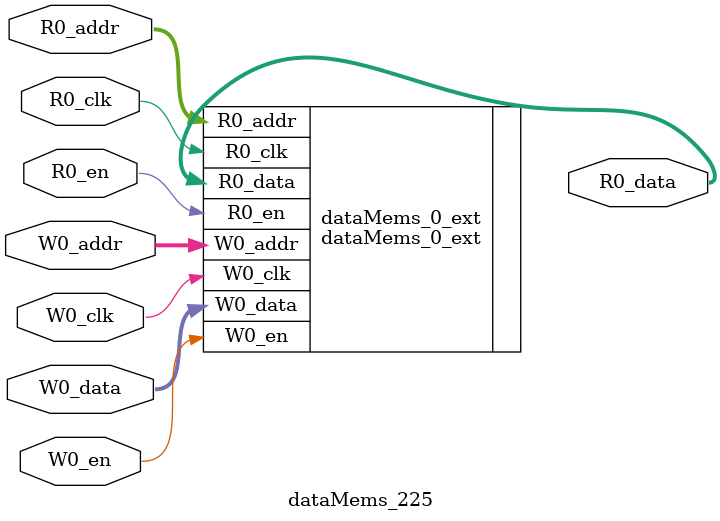
<source format=sv>
`ifndef RANDOMIZE
  `ifdef RANDOMIZE_REG_INIT
    `define RANDOMIZE
  `endif // RANDOMIZE_REG_INIT
`endif // not def RANDOMIZE
`ifndef RANDOMIZE
  `ifdef RANDOMIZE_MEM_INIT
    `define RANDOMIZE
  `endif // RANDOMIZE_MEM_INIT
`endif // not def RANDOMIZE

`ifndef RANDOM
  `define RANDOM $random
`endif // not def RANDOM

// Users can define 'PRINTF_COND' to add an extra gate to prints.
`ifndef PRINTF_COND_
  `ifdef PRINTF_COND
    `define PRINTF_COND_ (`PRINTF_COND)
  `else  // PRINTF_COND
    `define PRINTF_COND_ 1
  `endif // PRINTF_COND
`endif // not def PRINTF_COND_

// Users can define 'ASSERT_VERBOSE_COND' to add an extra gate to assert error printing.
`ifndef ASSERT_VERBOSE_COND_
  `ifdef ASSERT_VERBOSE_COND
    `define ASSERT_VERBOSE_COND_ (`ASSERT_VERBOSE_COND)
  `else  // ASSERT_VERBOSE_COND
    `define ASSERT_VERBOSE_COND_ 1
  `endif // ASSERT_VERBOSE_COND
`endif // not def ASSERT_VERBOSE_COND_

// Users can define 'STOP_COND' to add an extra gate to stop conditions.
`ifndef STOP_COND_
  `ifdef STOP_COND
    `define STOP_COND_ (`STOP_COND)
  `else  // STOP_COND
    `define STOP_COND_ 1
  `endif // STOP_COND
`endif // not def STOP_COND_

// Users can define INIT_RANDOM as general code that gets injected into the
// initializer block for modules with registers.
`ifndef INIT_RANDOM
  `define INIT_RANDOM
`endif // not def INIT_RANDOM

// If using random initialization, you can also define RANDOMIZE_DELAY to
// customize the delay used, otherwise 0.002 is used.
`ifndef RANDOMIZE_DELAY
  `define RANDOMIZE_DELAY 0.002
`endif // not def RANDOMIZE_DELAY

// Define INIT_RANDOM_PROLOG_ for use in our modules below.
`ifndef INIT_RANDOM_PROLOG_
  `ifdef RANDOMIZE
    `ifdef VERILATOR
      `define INIT_RANDOM_PROLOG_ `INIT_RANDOM
    `else  // VERILATOR
      `define INIT_RANDOM_PROLOG_ `INIT_RANDOM #`RANDOMIZE_DELAY begin end
    `endif // VERILATOR
  `else  // RANDOMIZE
    `define INIT_RANDOM_PROLOG_
  `endif // RANDOMIZE
`endif // not def INIT_RANDOM_PROLOG_

// Include register initializers in init blocks unless synthesis is set
`ifndef SYNTHESIS
  `ifndef ENABLE_INITIAL_REG_
    `define ENABLE_INITIAL_REG_
  `endif // not def ENABLE_INITIAL_REG_
`endif // not def SYNTHESIS

// Include rmemory initializers in init blocks unless synthesis is set
`ifndef SYNTHESIS
  `ifndef ENABLE_INITIAL_MEM_
    `define ENABLE_INITIAL_MEM_
  `endif // not def ENABLE_INITIAL_MEM_
`endif // not def SYNTHESIS

module dataMems_225(	// @[generators/ara/src/main/scala/UnsafeAXI4ToTL.scala:365:62]
  input  [4:0]  R0_addr,
  input         R0_en,
  input         R0_clk,
  output [66:0] R0_data,
  input  [4:0]  W0_addr,
  input         W0_en,
  input         W0_clk,
  input  [66:0] W0_data
);

  dataMems_0_ext dataMems_0_ext (	// @[generators/ara/src/main/scala/UnsafeAXI4ToTL.scala:365:62]
    .R0_addr (R0_addr),
    .R0_en   (R0_en),
    .R0_clk  (R0_clk),
    .R0_data (R0_data),
    .W0_addr (W0_addr),
    .W0_en   (W0_en),
    .W0_clk  (W0_clk),
    .W0_data (W0_data)
  );
endmodule


</source>
